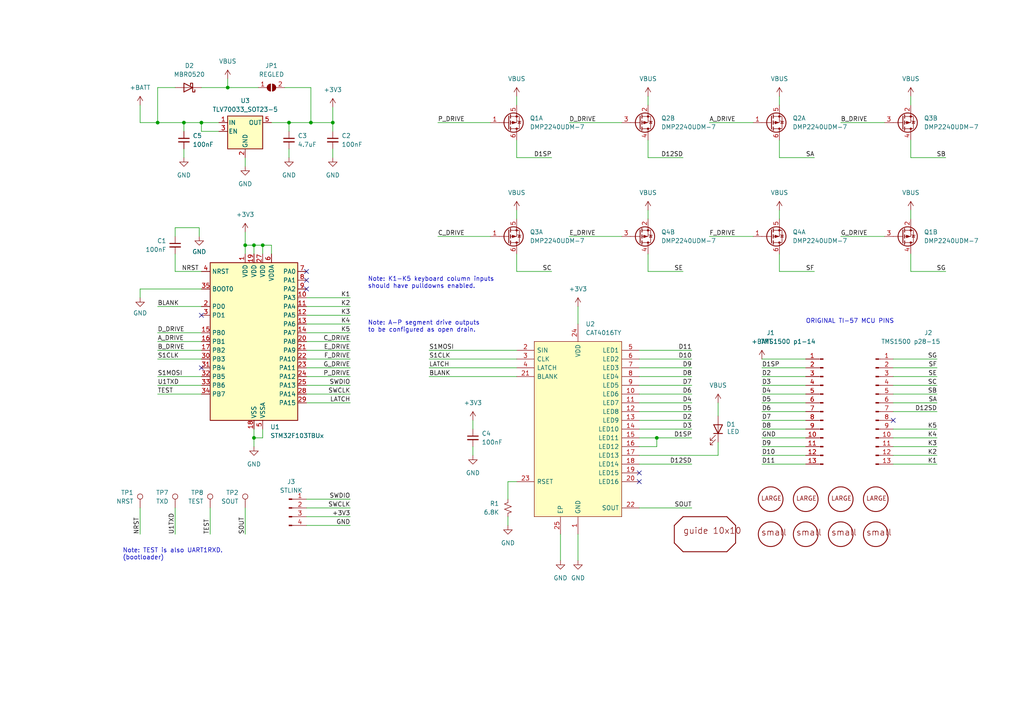
<source format=kicad_sch>
(kicad_sch (version 20230121) (generator eeschema)
  (paper "A4")
  (lib_symbols
    (symbol "Connector:Conn_01x04_Pin" (pin_names (offset 1.016) hide)
      (property "Reference" "J" (at 0 5.08 0))
      (property "Value" "Conn_01x04_Pin" (at 0 -7.62 0))
      (symbol "Conn_01x04_Pin_1_1"
        (polyline (pts (xy 1.27 -5.08) (xy 0.8636 -5.08)) (stroke (width 0.1524)))
        (polyline (pts (xy 1.27 -2.54) (xy 0.8636 -2.54)) (stroke (width 0.1524)))
        (polyline (pts (xy 1.27 0) (xy 0.8636 0)) (stroke (width 0.1524)))
        (polyline (pts (xy 1.27 2.54) (xy 0.8636 2.54)) (stroke (width 0.1524)))
        (rectangle (start 0.8636 -4.953) (end 0 -5.207) (stroke (width 0.1524)) (fill (type outline)))
        (rectangle (start 0.8636 -2.413) (end 0 -2.667) (stroke (width 0.1524)) (fill (type outline)))
        (rectangle (start 0.8636 0.127) (end 0 -0.127) (stroke (width 0.1524)) (fill (type outline)))
        (rectangle (start 0.8636 2.667) (end 0 2.413) (stroke (width 0.1524)) (fill (type outline)))
        (pin passive line (at 5.08 2.54 180) (length 3.81) (name "Pin_1") (number "1"))
        (pin passive line (at 5.08 0 180) (length 3.81) (name "Pin_2") (number "2"))
        (pin passive line (at 5.08 -2.54 180) (length 3.81) (name "Pin_3") (number "3"))
        (pin passive line (at 5.08 -5.08 180) (length 3.81) (name "Pin_4") (number "4"))
      )
    )
    (symbol "Connector:Conn_01x13_Pin" (pin_names (offset 1.016) hide)
      (property "Reference" "J" (at 0 17.78 0))
      (property "Value" "Conn_01x13_Pin" (at 0 -17.78 0))
      (symbol "Conn_01x13_Pin_1_1"
        (polyline (pts (xy 1.27 -15.24) (xy 0.8636 -15.24)) (stroke (width 0.1524)))
        (polyline (pts (xy 1.27 -12.7) (xy 0.8636 -12.7)) (stroke (width 0.1524)))
        (polyline (pts (xy 1.27 -10.16) (xy 0.8636 -10.16)) (stroke (width 0.1524)))
        (polyline (pts (xy 1.27 -7.62) (xy 0.8636 -7.62)) (stroke (width 0.1524)))
        (polyline (pts (xy 1.27 -5.08) (xy 0.8636 -5.08)) (stroke (width 0.1524)))
        (polyline (pts (xy 1.27 -2.54) (xy 0.8636 -2.54)) (stroke (width 0.1524)))
        (polyline (pts (xy 1.27 0) (xy 0.8636 0)) (stroke (width 0.1524)))
        (polyline (pts (xy 1.27 2.54) (xy 0.8636 2.54)) (stroke (width 0.1524)))
        (polyline (pts (xy 1.27 5.08) (xy 0.8636 5.08)) (stroke (width 0.1524)))
        (polyline (pts (xy 1.27 7.62) (xy 0.8636 7.62)) (stroke (width 0.1524)))
        (polyline (pts (xy 1.27 10.16) (xy 0.8636 10.16)) (stroke (width 0.1524)))
        (polyline (pts (xy 1.27 12.7) (xy 0.8636 12.7)) (stroke (width 0.1524)))
        (polyline (pts (xy 1.27 15.24) (xy 0.8636 15.24)) (stroke (width 0.1524)))
        (rectangle (start 0.8636 -15.113) (end 0 -15.367) (stroke (width 0.1524)) (fill (type outline)))
        (rectangle (start 0.8636 -12.573) (end 0 -12.827) (stroke (width 0.1524)) (fill (type outline)))
        (rectangle (start 0.8636 -10.033) (end 0 -10.287) (stroke (width 0.1524)) (fill (type outline)))
        (rectangle (start 0.8636 -7.493) (end 0 -7.747) (stroke (width 0.1524)) (fill (type outline)))
        (rectangle (start 0.8636 -4.953) (end 0 -5.207) (stroke (width 0.1524)) (fill (type outline)))
        (rectangle (start 0.8636 -2.413) (end 0 -2.667) (stroke (width 0.1524)) (fill (type outline)))
        (rectangle (start 0.8636 0.127) (end 0 -0.127) (stroke (width 0.1524)) (fill (type outline)))
        (rectangle (start 0.8636 2.667) (end 0 2.413) (stroke (width 0.1524)) (fill (type outline)))
        (rectangle (start 0.8636 5.207) (end 0 4.953) (stroke (width 0.1524)) (fill (type outline)))
        (rectangle (start 0.8636 7.747) (end 0 7.493) (stroke (width 0.1524)) (fill (type outline)))
        (rectangle (start 0.8636 10.287) (end 0 10.033) (stroke (width 0.1524)) (fill (type outline)))
        (rectangle (start 0.8636 12.827) (end 0 12.573) (stroke (width 0.1524)) (fill (type outline)))
        (rectangle (start 0.8636 15.367) (end 0 15.113) (stroke (width 0.1524)) (fill (type outline)))
        (pin passive line (at 5.08 15.24 180) (length 3.81) (name "Pin_1") (number "1"))
        (pin passive line (at 5.08 -7.62 180) (length 3.81) (name "Pin_10") (number "10"))
        (pin passive line (at 5.08 -10.16 180) (length 3.81) (name "Pin_11") (number "11"))
        (pin passive line (at 5.08 -12.7 180) (length 3.81) (name "Pin_12") (number "12"))
        (pin passive line (at 5.08 -15.24 180) (length 3.81) (name "Pin_13") (number "13"))
        (pin passive line (at 5.08 12.7 180) (length 3.81) (name "Pin_2") (number "2"))
        (pin passive line (at 5.08 10.16 180) (length 3.81) (name "Pin_3") (number "3"))
        (pin passive line (at 5.08 7.62 180) (length 3.81) (name "Pin_4") (number "4"))
        (pin passive line (at 5.08 5.08 180) (length 3.81) (name "Pin_5") (number "5"))
        (pin passive line (at 5.08 2.54 180) (length 3.81) (name "Pin_6") (number "6"))
        (pin passive line (at 5.08 0 180) (length 3.81) (name "Pin_7") (number "7"))
        (pin passive line (at 5.08 -2.54 180) (length 3.81) (name "Pin_8") (number "8"))
        (pin passive line (at 5.08 -5.08 180) (length 3.81) (name "Pin_9") (number "9"))
      )
    )
    (symbol "Connector:TestPoint" (pin_numbers hide) (pin_names (offset 0.762) hide)
      (property "Reference" "TP" (at 0 6.858 0))
      (property "Value" "TestPoint" (at 0 5.08 0))
      (symbol "TestPoint_0_1"
        (circle (center 0 3.302) (radius 0.762))
      )
      (symbol "TestPoint_1_1"
        (pin passive line (at 0 0 90) (length 2.54) (name "1") (number "1"))
      )
    )
    (symbol "Device:C_Small" (pin_numbers hide) (pin_names (offset 0.254) hide)
      (property "Reference" "C" (at 0.254 1.778 0))
      (property "Value" "C_Small" (at 0.254 -2.032 0))
      (symbol "C_Small_0_1"
        (polyline (pts (xy -1.524 -0.508) (xy 1.524 -0.508)) (stroke (width 0.3302)))
        (polyline (pts (xy -1.524 0.508) (xy 1.524 0.508)) (stroke (width 0.3048)))
      )
      (symbol "C_Small_1_1"
        (pin passive line (at 0 2.54 270) (length 2.032) (name "~") (number "1"))
        (pin passive line (at 0 -2.54 90) (length 2.032) (name "~") (number "2"))
      )
    )
    (symbol "Device:LED" (pin_numbers hide) (pin_names (offset 1.016) hide)
      (property "Reference" "D" (at 0 2.54 0))
      (property "Value" "LED" (at 0 -2.54 0))
      (symbol "LED_0_1"
        (polyline (pts (xy -1.27 -1.27) (xy -1.27 1.27)) (stroke (width 0.254)))
        (polyline (pts (xy -1.27 0) (xy 1.27 0)))
        (polyline (pts (xy 1.27 -1.27) (xy 1.27 1.27) (xy -1.27 0) (xy 1.27 -1.27)) (stroke (width 0.254)))
        (polyline (pts (xy -3.048 -0.762) (xy -4.572 -2.286) (xy -3.81 -2.286) (xy -4.572 -2.286) (xy -4.572 -1.524)))
        (polyline (pts (xy -1.778 -0.762) (xy -3.302 -2.286) (xy -2.54 -2.286) (xy -3.302 -2.286) (xy -3.302 -1.524)))
      )
      (symbol "LED_1_1"
        (pin passive line (at -3.81 0 0) (length 2.54) (name "K") (number "1"))
        (pin passive line (at 3.81 0 180) (length 2.54) (name "A") (number "2"))
      )
    )
    (symbol "Device:R_Small_US" (pin_numbers hide) (pin_names (offset 0.254) hide)
      (property "Reference" "R" (at 0.762 0.508 0))
      (property "Value" "R_Small_US" (at 0.762 -1.016 0))
      (symbol "R_Small_US_1_1"
        (polyline (pts (xy 0 0) (xy 1.016 -0.381) (xy 0 -0.762) (xy -1.016 -1.143) (xy 0 -1.524)))
        (polyline (pts (xy 0 1.524) (xy 1.016 1.143) (xy 0 0.762) (xy -1.016 0.381) (xy 0 0)))
        (pin passive line (at 0 2.54 270) (length 1.016) (name "~") (number "1"))
        (pin passive line (at 0 -2.54 90) (length 1.016) (name "~") (number "2"))
      )
    )
    (symbol "Diode:MBR0520" (pin_numbers hide) (pin_names (offset 1.016) hide)
      (property "Reference" "D" (at 0 2.54 0))
      (property "Value" "MBR0520" (at 0 -2.54 0))
      (symbol "MBR0520_0_1"
        (polyline (pts (xy 1.27 0) (xy -1.27 0)))
        (polyline (pts (xy 1.27 1.27) (xy 1.27 -1.27) (xy -1.27 0) (xy 1.27 1.27)) (stroke (width 0.254)))
        (polyline (pts (xy -1.905 0.635) (xy -1.905 1.27) (xy -1.27 1.27) (xy -1.27 -1.27) (xy -0.635 -1.27) (xy -0.635 -0.635)) (stroke (width 0.254)))
      )
      (symbol "MBR0520_1_1"
        (pin passive line (at -3.81 0 0) (length 2.54) (name "K") (number "1"))
        (pin passive line (at 3.81 0 180) (length 2.54) (name "A") (number "2"))
      )
    )
    (symbol "Jumper:SolderJumper_2_Open" (pin_names (offset 0) hide)
      (property "Reference" "JP" (at 0 2.032 0))
      (property "Value" "SolderJumper_2_Open" (at 0 -2.54 0))
      (symbol "SolderJumper_2_Open_0_1"
        (arc (start -0.254 1.016) (mid -1.2656 0) (end -0.254 -1.016))
        (arc (start -0.254 1.016) (mid -1.2656 0) (end -0.254 -1.016) (fill (type outline)))
        (polyline (pts (xy -0.254 1.016) (xy -0.254 -1.016)))
        (polyline (pts (xy 0.254 1.016) (xy 0.254 -1.016)))
        (arc (start 0.254 -1.016) (mid 1.2656 0) (end 0.254 1.016))
        (arc (start 0.254 -1.016) (mid 1.2656 0) (end 0.254 1.016) (fill (type outline)))
      )
      (symbol "SolderJumper_2_Open_1_1"
        (pin passive line (at -3.81 0 0) (length 2.54) (name "A") (number "1"))
        (pin passive line (at 3.81 0 180) (length 2.54) (name "B") (number "2"))
      )
    )
    (symbol "MCU_ST_STM32F1:STM32F103TBUx"
      (property "Reference" "U" (at -12.7 24.13 0))
      (property "Value" "STM32F103TBUx" (at 7.62 24.13 0))
      (symbol "STM32F103TBUx_0_1"
        (rectangle (start -12.7 -22.86) (end 12.7 22.86) (stroke (width 0.254)) (fill (type background)))
      )
      (symbol "STM32F103TBUx_1_1"
        (pin power_in line (at -2.54 25.4 270) (length 2.54) (name "VDD") (number "1"))
        (pin bidirectional line (at 15.24 12.7 180) (length 2.54) (name "PA3") (number "10"))
        (pin bidirectional line (at 15.24 10.16 180) (length 2.54) (name "PA4") (number "11"))
        (pin bidirectional line (at 15.24 7.62 180) (length 2.54) (name "PA5") (number "12"))
        (pin bidirectional line (at 15.24 5.08 180) (length 2.54) (name "PA6") (number "13"))
        (pin bidirectional line (at 15.24 2.54 180) (length 2.54) (name "PA7") (number "14"))
        (pin bidirectional line (at -15.24 2.54 0) (length 2.54) (name "PB0") (number "15"))
        (pin bidirectional line (at -15.24 0 0) (length 2.54) (name "PB1") (number "16"))
        (pin bidirectional line (at -15.24 -2.54 0) (length 2.54) (name "PB2") (number "17"))
        (pin power_in line (at 0 -25.4 90) (length 2.54) (name "VSS") (number "18"))
        (pin power_in line (at 0 25.4 270) (length 2.54) (name "VDD") (number "19"))
        (pin bidirectional line (at -15.24 10.16 0) (length 2.54) (name "PD0") (number "2"))
        (pin bidirectional line (at 15.24 0 180) (length 2.54) (name "PA8") (number "20"))
        (pin bidirectional line (at 15.24 -2.54 180) (length 2.54) (name "PA9") (number "21"))
        (pin bidirectional line (at 15.24 -5.08 180) (length 2.54) (name "PA10") (number "22"))
        (pin bidirectional line (at 15.24 -7.62 180) (length 2.54) (name "PA11") (number "23"))
        (pin bidirectional line (at 15.24 -10.16 180) (length 2.54) (name "PA12") (number "24"))
        (pin bidirectional line (at 15.24 -12.7 180) (length 2.54) (name "PA13") (number "25"))
        (pin passive line (at 0 -25.4 90) (length 2.54) hide (name "VSS") (number "26"))
        (pin power_in line (at 2.54 25.4 270) (length 2.54) (name "VDD") (number "27"))
        (pin bidirectional line (at 15.24 -15.24 180) (length 2.54) (name "PA14") (number "28"))
        (pin bidirectional line (at 15.24 -17.78 180) (length 2.54) (name "PA15") (number "29"))
        (pin bidirectional line (at -15.24 7.62 0) (length 2.54) (name "PD1") (number "3"))
        (pin bidirectional line (at -15.24 -5.08 0) (length 2.54) (name "PB3") (number "30"))
        (pin bidirectional line (at -15.24 -7.62 0) (length 2.54) (name "PB4") (number "31"))
        (pin bidirectional line (at -15.24 -10.16 0) (length 2.54) (name "PB5") (number "32"))
        (pin bidirectional line (at -15.24 -12.7 0) (length 2.54) (name "PB6") (number "33"))
        (pin bidirectional line (at -15.24 -15.24 0) (length 2.54) (name "PB7") (number "34"))
        (pin input line (at -15.24 15.24 0) (length 2.54) (name "BOOT0") (number "35"))
        (pin passive line (at 0 -25.4 90) (length 2.54) hide (name "VSS") (number "36"))
        (pin passive line (at 0 -25.4 90) (length 2.54) hide (name "VSS") (number "37"))
        (pin input line (at -15.24 20.32 0) (length 2.54) (name "NRST") (number "4"))
        (pin power_in line (at 2.54 -25.4 90) (length 2.54) (name "VSSA") (number "5"))
        (pin power_in line (at 5.08 25.4 270) (length 2.54) (name "VDDA") (number "6"))
        (pin bidirectional line (at 15.24 20.32 180) (length 2.54) (name "PA0") (number "7"))
        (pin bidirectional line (at 15.24 17.78 180) (length 2.54) (name "PA1") (number "8"))
        (pin bidirectional line (at 15.24 15.24 180) (length 2.54) (name "PA2") (number "9"))
      )
    )
    (symbol "RapidStencil:GUIDE_10X10" (pin_numbers hide) (pin_names (offset 1.016) hide)
      (symbol "GUIDE_10X10_0_0"
        (polyline (pts (xy -7.62 -2.54) (xy -7.62 2.54)) (stroke (width 0.254)))
        (polyline (pts (xy -7.62 2.54) (xy -5.08 5.08)) (stroke (width 0.254)))
        (polyline (pts (xy -5.08 -5.08) (xy -7.62 -2.54)) (stroke (width 0.254)))
        (polyline (pts (xy -5.08 5.08) (xy 7.62 5.08)) (stroke (width 0.254)))
        (polyline (pts (xy 7.62 -5.08) (xy -5.08 -5.08)) (stroke (width 0.254)))
        (polyline (pts (xy 7.62 5.08) (xy 10.16 2.54)) (stroke (width 0.254)))
        (polyline (pts (xy 10.16 -2.54) (xy 7.62 -5.08)) (stroke (width 0.254)))
        (polyline (pts (xy 10.16 2.54) (xy 10.16 -2.54)) (stroke (width 0.254)))
        (text "guide 10x10" (at -5.08 0 0) (effects (font (size 1.778 1.778)) (justify left bottom)))
      )
    )
    (symbol "RapidStencil:PIN_LARGE_SINGLE_DEVICE" (pin_numbers hide) (pin_names (offset 1.016) hide)
      (symbol "PIN_LARGE_SINGLE_DEVICE_0_0"
        (circle (center 0 0) (radius 3.5814) (stroke (width 0.254)))
        (text "LARGE" (at -2.794 -0.508 0) (effects (font (size 1.27 1.27)) (justify left bottom)))
      )
    )
    (symbol "RapidStencil:PIN_SMALL_SINGLE_DEVICE" (pin_numbers hide) (pin_names (offset 1.016) hide)
      (symbol "PIN_SMALL_SINGLE_DEVICE_0_0"
        (circle (center 0 0) (radius 3.5814) (stroke (width 0.254)))
        (text "small" (at -2.794 -0.508 0) (effects (font (size 1.778 1.778)) (justify left bottom)))
      )
    )
    (symbol "Regulator_Linear:TLV70033_SOT23-5" (pin_names (offset 0.254))
      (property "Reference" "U" (at -3.81 5.715 0))
      (property "Value" "TLV70033_SOT23-5" (at 0 5.715 0))
      (symbol "TLV70033_SOT23-5_0_1"
        (rectangle (start -5.08 4.445) (end 5.08 -5.08) (stroke (width 0.254)) (fill (type background)))
      )
      (symbol "TLV70033_SOT23-5_1_1"
        (pin power_in line (at -7.62 2.54 0) (length 2.54) (name "IN") (number "1"))
        (pin power_in line (at 0 -7.62 90) (length 2.54) (name "GND") (number "2"))
        (pin input line (at -7.62 0 0) (length 2.54) (name "EN") (number "3"))
        (pin no_connect line (at 5.08 0 180) (length 2.54) hide (name "NC") (number "4"))
        (pin power_out line (at 7.62 2.54 180) (length 2.54) (name "OUT") (number "5"))
      )
    )
    (symbol "power:+3V3" (power) (pin_names (offset 0))
      (property "Value" "+3V3" (at 0 3.556 0))
      (symbol "+3V3_0_1"
        (polyline (pts (xy -0.762 1.27) (xy 0 2.54)))
        (polyline (pts (xy 0 0) (xy 0 2.54)))
        (polyline (pts (xy 0 2.54) (xy 0.762 1.27)))
      )
      (symbol "+3V3_1_1"
        (pin power_in line (at 0 0 90) (length 0) hide (name "+3V3") (number "1"))
      )
    )
    (symbol "power:+BATT" (power) (pin_names (offset 0))
      (property "Value" "+BATT" (at 0 3.556 0))
      (symbol "+BATT_0_1"
        (polyline (pts (xy -0.762 1.27) (xy 0 2.54)))
        (polyline (pts (xy 0 0) (xy 0 2.54)))
        (polyline (pts (xy 0 2.54) (xy 0.762 1.27)))
      )
      (symbol "+BATT_1_1"
        (pin power_in line (at 0 0 90) (length 0) hide (name "+BATT") (number "1"))
      )
    )
    (symbol "power:GND" (power) (pin_names (offset 0))
      (property "Value" "GND" (at 0 -3.81 0))
      (symbol "GND_0_1"
        (polyline (pts (xy 0 0) (xy 0 -1.27) (xy 1.27 -1.27) (xy 0 -2.54) (xy -1.27 -1.27) (xy 0 -1.27)))
      )
      (symbol "GND_1_1"
        (pin power_in line (at 0 0 270) (length 0) hide (name "GND") (number "1"))
      )
    )
    (symbol "power:VBUS" (power) (pin_names (offset 0))
      (property "Value" "VBUS" (at 0 3.81 0))
      (symbol "VBUS_0_1"
        (polyline (pts (xy -0.762 1.27) (xy 0 2.54)))
        (polyline (pts (xy 0 0) (xy 0 2.54)))
        (polyline (pts (xy 0 2.54) (xy 0.762 1.27)))
      )
      (symbol "VBUS_1_1"
        (pin power_in line (at 0 0 90) (length 0) hide (name "VBUS") (number "1"))
      )
    )
    (symbol "ti57_library:CAT4016HV6-GT2" (pin_names (offset 0.762))
      (property "Reference" "U" (at 26.67 17.78 0))
      (property "Value" "CAT4016HV6-GT2" (at 26.67 15.24 0))
      (symbol "CAT4016HV6-GT2_0_0"
        (pin passive line (at 17.78 -43.18 90) (length 5.08) (name "GND") (number "1"))
        (pin passive line (at 35.56 -2.54 180) (length 5.08) (name "LED6") (number "10"))
        (pin passive line (at 35.56 -5.08 180) (length 5.08) (name "LED7") (number "11"))
        (pin passive line (at 35.56 -7.62 180) (length 5.08) (name "LED8") (number "12"))
        (pin passive line (at 35.56 -10.16 180) (length 5.08) (name "LED9") (number "13"))
        (pin passive line (at 35.56 -12.7 180) (length 5.08) (name "LED10") (number "14"))
        (pin passive line (at 35.56 -15.24 180) (length 5.08) (name "LED11") (number "15"))
        (pin passive line (at 35.56 -17.78 180) (length 5.08) (name "LED12") (number "16"))
        (pin passive line (at 35.56 -20.32 180) (length 5.08) (name "LED13") (number "17"))
        (pin passive line (at 35.56 -22.86 180) (length 5.08) (name "LED14") (number "18"))
        (pin passive line (at 35.56 -25.4 180) (length 5.08) (name "LED15") (number "19"))
        (pin passive line (at 0 10.16 0) (length 5.08) (name "SIN") (number "2"))
        (pin passive line (at 35.56 -27.94 180) (length 5.08) (name "LED16") (number "20"))
        (pin passive line (at 0 2.54 0) (length 5.08) (name "BLANK") (number "21"))
        (pin passive line (at 35.56 -35.56 180) (length 5.08) (name "SOUT") (number "22"))
        (pin passive line (at 0 -27.94 0) (length 5.08) (name "RSET") (number "23"))
        (pin passive line (at 17.78 17.78 270) (length 5.08) (name "VDD") (number "24"))
        (pin passive line (at 12.7 -43.18 90) (length 5.08) (name "EP") (number "25"))
        (pin passive line (at 0 7.62 0) (length 5.08) (name "CLK") (number "3"))
        (pin passive line (at 0 5.08 0) (length 5.08) (name "LATCH") (number "4"))
        (pin passive line (at 35.56 10.16 180) (length 5.08) (name "LED1") (number "5"))
        (pin passive line (at 35.56 7.62 180) (length 5.08) (name "LED2") (number "6"))
        (pin passive line (at 35.56 5.08 180) (length 5.08) (name "LED3") (number "7"))
        (pin passive line (at 35.56 2.54 180) (length 5.08) (name "LED4") (number "8"))
        (pin passive line (at 35.56 0 180) (length 5.08) (name "LED5") (number "9"))
      )
      (symbol "CAT4016HV6-GT2_1_1"
        (rectangle (start 5.08 12.7) (end 30.48 -38.1) (fill (type background)))
      )
    )
    (symbol "ti57_library:DMP2240UDM-7" (pin_names hide)
      (property "Reference" "Q" (at 5.08 2.54 0))
      (property "Value" "DMP2240UDM-7" (at 5.08 0 0))
      (symbol "DMP2240UDM-7_1_1"
        (polyline (pts (xy 0.2511 1.9119) (xy 0.2511 -1.8981)) (stroke (width 0.254)))
        (polyline (pts (xy 0.254 0) (xy -2.54 0)))
        (polyline (pts (xy 0.7591 -1.2631) (xy 0.7591 -2.2791)) (stroke (width 0.254)))
        (polyline (pts (xy 0.7591 0.5149) (xy 0.7591 -0.5011)) (stroke (width 0.254)))
        (polyline (pts (xy 0.7591 2.2929) (xy 0.7591 1.2769)) (stroke (width 0.254)))
        (polyline (pts (xy 2.5371 -1.8981) (xy 2.5371 -2.5331)))
        (polyline (pts (xy 2.5371 2.5469) (xy 2.5371 0.0069) (xy 0.7591 0.0069)))
        (polyline (pts (xy 0.7591 -1.7711) (xy 3.2991 -1.7711) (xy 3.2991 1.7849) (xy 0.7591 1.7849)))
        (polyline (pts (xy 2.2831 0.0069) (xy 1.2671 -0.3741) (xy 1.2671 0.3879) (xy 2.2831 0.0069)) (fill (type outline)))
        (polyline (pts (xy 2.7911 0.5149) (xy 2.9181 0.3879) (xy 3.6801 0.3879) (xy 3.8071 0.2609)))
        (polyline (pts (xy 3.2991 0.3879) (xy 2.9181 -0.2471) (xy 3.6801 -0.2471) (xy 3.2991 0.3879)))
        (circle (center 1.6481 0.0069) (radius 2.794) (stroke (width 0.254)))
        (circle (center 2.5371 -1.7711) (radius 0.254) (fill (type outline)))
        (circle (center 2.5371 1.7849) (radius 0.254) (fill (type outline)))
        (pin input line (at -5.08 0 0) (length 2.54) (name "GA") (number "1"))
        (pin passive line (at 2.54 5.08 270) (length 2.54) (name "SA") (number "5"))
        (pin passive line (at 2.54 -5.08 90) (length 2.54) (name "DA") (number "6"))
      )
      (symbol "DMP2240UDM-7_2_1"
        (polyline (pts (xy 0.254 0) (xy -2.54 0)))
        (polyline (pts (xy 0.254 1.905) (xy 0.254 -1.905)) (stroke (width 0.254)))
        (polyline (pts (xy 0.762 -1.27) (xy 0.762 -2.286)) (stroke (width 0.254)))
        (polyline (pts (xy 0.762 0.508) (xy 0.762 -0.508)) (stroke (width 0.254)))
        (polyline (pts (xy 0.762 2.286) (xy 0.762 1.27)) (stroke (width 0.254)))
        (polyline (pts (xy 2.54 -1.905) (xy 2.54 -2.54)))
        (polyline (pts (xy 2.54 2.54) (xy 2.54 0) (xy 0.762 0)))
        (polyline (pts (xy 0.762 -1.778) (xy 3.302 -1.778) (xy 3.302 1.778) (xy 0.762 1.778)))
        (polyline (pts (xy 2.286 0) (xy 1.27 -0.381) (xy 1.27 0.381) (xy 2.286 0)) (fill (type outline)))
        (polyline (pts (xy 2.794 0.508) (xy 2.921 0.381) (xy 3.683 0.381) (xy 3.81 0.254)))
        (polyline (pts (xy 3.302 0.381) (xy 2.921 -0.254) (xy 3.683 -0.254) (xy 3.302 0.381)))
        (circle (center 1.651 0) (radius 2.794) (stroke (width 0.254)))
        (circle (center 2.54 -1.778) (radius 0.254) (fill (type outline)))
        (circle (center 2.54 1.778) (radius 0.254) (fill (type outline)))
        (pin passive line (at 2.54 5.08 270) (length 2.54) (name "SB") (number "2"))
        (pin input line (at -5.08 0 0) (length 2.54) (name "GB") (number "3"))
        (pin passive line (at 2.54 -5.08 90) (length 2.54) (name "DB") (number "4"))
      )
    )
  )
  (junction (at 76.2 71.12))
  (junction (at 90.17 35.56))
  (junction (at 96.52 35.56))
  (junction (at 190.5 127))
  (junction (at 45.72 35.56))
  (junction (at 83.82 35.56))
  (junction (at 71.12 71.12))
  (junction (at 53.34 35.56))
  (junction (at 73.66 127))
  (junction (at 66.04 25.4))
  (junction (at 58.42 35.56))
  (junction (at 73.66 71.12))
  (no_connect (at 88.9 78.74))
  (no_connect (at 58.42 91.44))
  (no_connect (at 88.9 81.28))
  (no_connect (at 88.9 83.82))
  (no_connect (at 185.42 139.7))
  (no_connect (at 259.08 121.92))
  (no_connect (at 58.42 106.68))
  (no_connect (at 185.42 137.16))
  (wire (pts (xy 259.08 111.76) (xy 271.78 111.76)))
  (wire (pts (xy 185.42 134.62) (xy 200.66 134.62)))
  (wire (pts (xy 259.08 127) (xy 271.78 127)))
  (wire (pts (xy 50.8 78.74) (xy 50.8 73.66)))
  (wire (pts (xy 50.8 66.04) (xy 57.785 66.04)))
  (wire (pts (xy 76.2 73.66) (xy 76.2 71.12)))
  (wire (pts (xy 185.42 101.6) (xy 200.66 101.6)))
  (wire (pts (xy 101.6 88.9) (xy 88.9 88.9)))
  (wire (pts (xy 259.08 116.84) (xy 271.78 116.84)))
  (wire (pts (xy 259.08 109.22) (xy 271.78 109.22)))
  (wire (pts (xy 185.42 147.32) (xy 200.66 147.32)))
  (wire (pts (xy 45.72 25.4) (xy 45.72 35.56)))
  (wire (pts (xy 208.28 128.27) (xy 208.28 132.08)))
  (wire (pts (xy 167.64 154.94) (xy 167.64 162.56)))
  (wire (pts (xy 40.64 147.32) (xy 40.64 154.94)))
  (wire (pts (xy 208.28 132.08) (xy 185.42 132.08)))
  (wire (pts (xy 149.86 78.74) (xy 160.02 78.74)))
  (wire (pts (xy 220.98 132.08) (xy 233.68 132.08)))
  (wire (pts (xy 187.96 27.94) (xy 187.96 30.48)))
  (wire (pts (xy 124.46 109.22) (xy 149.86 109.22)))
  (wire (pts (xy 185.42 106.68) (xy 200.66 106.68)))
  (wire (pts (xy 90.17 25.4) (xy 90.17 35.56)))
  (wire (pts (xy 243.84 35.56) (xy 256.54 35.56)))
  (wire (pts (xy 45.72 35.56) (xy 53.34 35.56)))
  (wire (pts (xy 220.98 124.46) (xy 233.68 124.46)))
  (wire (pts (xy 187.96 60.96) (xy 187.96 63.5)))
  (wire (pts (xy 45.72 111.76) (xy 58.42 111.76)))
  (wire (pts (xy 187.96 78.74) (xy 198.12 78.74)))
  (wire (pts (xy 66.04 22.86) (xy 66.04 25.4)))
  (wire (pts (xy 149.86 139.7) (xy 147.32 139.7)))
  (wire (pts (xy 127 35.56) (xy 142.24 35.56)))
  (wire (pts (xy 96.52 35.56) (xy 96.52 38.1)))
  (wire (pts (xy 101.6 91.44) (xy 88.9 91.44)))
  (wire (pts (xy 264.16 45.72) (xy 274.32 45.72)))
  (wire (pts (xy 124.46 104.14) (xy 149.86 104.14)))
  (wire (pts (xy 45.72 88.9) (xy 58.42 88.9)))
  (wire (pts (xy 220.98 109.22) (xy 233.68 109.22)))
  (wire (pts (xy 149.86 60.96) (xy 149.86 63.5)))
  (wire (pts (xy 53.34 35.56) (xy 53.34 38.1)))
  (wire (pts (xy 40.64 86.36) (xy 40.64 83.82)))
  (wire (pts (xy 78.74 73.66) (xy 78.74 71.12)))
  (wire (pts (xy 66.04 25.4) (xy 74.93 25.4)))
  (wire (pts (xy 78.74 71.12) (xy 76.2 71.12)))
  (wire (pts (xy 73.66 127) (xy 73.66 129.54)))
  (wire (pts (xy 58.42 104.14) (xy 45.72 104.14)))
  (wire (pts (xy 259.08 106.68) (xy 271.78 106.68)))
  (wire (pts (xy 83.82 35.56) (xy 83.82 38.1)))
  (wire (pts (xy 165.1 68.58) (xy 180.34 68.58)))
  (wire (pts (xy 88.9 93.98) (xy 101.6 93.98)))
  (wire (pts (xy 58.42 109.22) (xy 45.72 109.22)))
  (wire (pts (xy 226.06 60.96) (xy 226.06 63.5)))
  (wire (pts (xy 220.98 116.84) (xy 233.68 116.84)))
  (wire (pts (xy 50.8 25.4) (xy 45.72 25.4)))
  (wire (pts (xy 127 68.58) (xy 142.24 68.58)))
  (wire (pts (xy 71.12 71.12) (xy 71.12 73.66)))
  (wire (pts (xy 71.12 147.32) (xy 71.12 154.94)))
  (wire (pts (xy 101.6 104.14) (xy 88.9 104.14)))
  (wire (pts (xy 264.16 73.66) (xy 264.16 78.74)))
  (wire (pts (xy 45.72 96.52) (xy 58.42 96.52)))
  (wire (pts (xy 73.66 71.12) (xy 73.66 73.66)))
  (wire (pts (xy 259.08 124.46) (xy 271.78 124.46)))
  (wire (pts (xy 205.74 35.56) (xy 218.44 35.56)))
  (wire (pts (xy 71.12 48.26) (xy 71.12 45.72)))
  (wire (pts (xy 185.42 114.3) (xy 200.66 114.3)))
  (wire (pts (xy 83.82 43.18) (xy 83.82 45.72)))
  (wire (pts (xy 149.86 40.64) (xy 149.86 45.72)))
  (wire (pts (xy 187.96 73.66) (xy 187.96 78.74)))
  (wire (pts (xy 76.2 127) (xy 73.66 127)))
  (wire (pts (xy 88.9 152.4) (xy 101.6 152.4)))
  (wire (pts (xy 50.8 147.32) (xy 50.8 154.94)))
  (wire (pts (xy 101.6 109.22) (xy 88.9 109.22)))
  (wire (pts (xy 226.06 45.72) (xy 236.22 45.72)))
  (wire (pts (xy 264.16 78.74) (xy 274.32 78.74)))
  (wire (pts (xy 259.08 129.54) (xy 271.78 129.54)))
  (wire (pts (xy 63.5 38.1) (xy 58.42 38.1)))
  (wire (pts (xy 90.17 35.56) (xy 96.52 35.56)))
  (wire (pts (xy 88.9 144.78) (xy 101.6 144.78)))
  (wire (pts (xy 220.98 129.54) (xy 233.68 129.54)))
  (wire (pts (xy 185.42 109.22) (xy 200.66 109.22)))
  (wire (pts (xy 101.6 99.06) (xy 88.9 99.06)))
  (wire (pts (xy 185.42 116.84) (xy 200.66 116.84)))
  (wire (pts (xy 167.64 88.9) (xy 167.64 93.98)))
  (wire (pts (xy 101.6 111.76) (xy 88.9 111.76)))
  (wire (pts (xy 185.42 111.76) (xy 200.66 111.76)))
  (wire (pts (xy 73.66 71.12) (xy 76.2 71.12)))
  (wire (pts (xy 101.6 114.3) (xy 88.9 114.3)))
  (wire (pts (xy 226.06 78.74) (xy 236.22 78.74)))
  (wire (pts (xy 226.06 40.64) (xy 226.06 45.72)))
  (wire (pts (xy 101.6 86.36) (xy 88.9 86.36)))
  (wire (pts (xy 40.64 83.82) (xy 58.42 83.82)))
  (wire (pts (xy 220.98 119.38) (xy 233.68 119.38)))
  (wire (pts (xy 185.42 104.14) (xy 200.66 104.14)))
  (wire (pts (xy 190.5 127) (xy 200.66 127)))
  (wire (pts (xy 60.96 147.32) (xy 60.96 154.94)))
  (wire (pts (xy 96.52 31.115) (xy 96.52 35.56)))
  (wire (pts (xy 220.98 106.68) (xy 233.68 106.68)))
  (wire (pts (xy 185.42 121.92) (xy 200.66 121.92)))
  (wire (pts (xy 88.9 147.32) (xy 101.6 147.32)))
  (wire (pts (xy 185.42 129.54) (xy 190.5 129.54)))
  (wire (pts (xy 45.72 114.3) (xy 58.42 114.3)))
  (wire (pts (xy 88.9 116.84) (xy 101.6 116.84)))
  (wire (pts (xy 162.56 154.94) (xy 162.56 162.56)))
  (wire (pts (xy 185.42 124.46) (xy 200.66 124.46)))
  (wire (pts (xy 264.16 60.96) (xy 264.16 63.5)))
  (wire (pts (xy 124.46 101.6) (xy 149.86 101.6)))
  (wire (pts (xy 58.42 35.56) (xy 63.5 35.56)))
  (wire (pts (xy 40.64 30.48) (xy 40.64 35.56)))
  (wire (pts (xy 83.82 35.56) (xy 90.17 35.56)))
  (wire (pts (xy 58.42 38.1) (xy 58.42 35.56)))
  (wire (pts (xy 259.08 119.38) (xy 271.78 119.38)))
  (wire (pts (xy 124.46 106.68) (xy 149.86 106.68)))
  (wire (pts (xy 58.42 25.4) (xy 66.04 25.4)))
  (wire (pts (xy 71.12 67.31) (xy 71.12 71.12)))
  (wire (pts (xy 58.42 78.74) (xy 50.8 78.74)))
  (wire (pts (xy 264.16 27.94) (xy 264.16 30.48)))
  (wire (pts (xy 82.55 25.4) (xy 90.17 25.4)))
  (wire (pts (xy 185.42 127) (xy 190.5 127)))
  (wire (pts (xy 40.64 35.56) (xy 45.72 35.56)))
  (wire (pts (xy 137.16 121.92) (xy 137.16 124.46)))
  (wire (pts (xy 220.98 111.76) (xy 233.68 111.76)))
  (wire (pts (xy 243.84 68.58) (xy 256.54 68.58)))
  (wire (pts (xy 137.16 129.54) (xy 137.16 132.08)))
  (wire (pts (xy 45.72 99.06) (xy 58.42 99.06)))
  (wire (pts (xy 73.66 124.46) (xy 73.66 127)))
  (wire (pts (xy 149.86 73.66) (xy 149.86 78.74)))
  (wire (pts (xy 220.98 104.14) (xy 233.68 104.14)))
  (wire (pts (xy 53.34 43.18) (xy 53.34 45.72)))
  (wire (pts (xy 205.74 68.58) (xy 218.44 68.58)))
  (wire (pts (xy 78.74 35.56) (xy 83.82 35.56)))
  (wire (pts (xy 185.42 119.38) (xy 200.66 119.38)))
  (wire (pts (xy 190.5 129.54) (xy 190.5 127)))
  (wire (pts (xy 53.34 35.56) (xy 58.42 35.56)))
  (wire (pts (xy 71.12 71.12) (xy 73.66 71.12)))
  (wire (pts (xy 101.6 96.52) (xy 88.9 96.52)))
  (wire (pts (xy 220.98 127) (xy 233.68 127)))
  (wire (pts (xy 149.86 45.72) (xy 160.02 45.72)))
  (wire (pts (xy 259.08 104.14) (xy 271.78 104.14)))
  (wire (pts (xy 57.785 66.04) (xy 57.785 68.58)))
  (wire (pts (xy 96.52 43.18) (xy 96.52 45.72)))
  (wire (pts (xy 226.06 73.66) (xy 226.06 78.74)))
  (wire (pts (xy 226.06 27.94) (xy 226.06 30.48)))
  (wire (pts (xy 259.08 114.3) (xy 271.78 114.3)))
  (wire (pts (xy 147.32 139.7) (xy 147.32 144.78)))
  (wire (pts (xy 45.72 101.6) (xy 58.42 101.6)))
  (wire (pts (xy 259.08 134.62) (xy 271.78 134.62)))
  (wire (pts (xy 264.16 40.64) (xy 264.16 45.72)))
  (wire (pts (xy 220.98 134.62) (xy 233.68 134.62)))
  (wire (pts (xy 101.6 106.68) (xy 88.9 106.68)))
  (wire (pts (xy 149.86 27.94) (xy 149.86 30.48)))
  (wire (pts (xy 101.6 101.6) (xy 88.9 101.6)))
  (wire (pts (xy 220.98 114.3) (xy 233.68 114.3)))
  (wire (pts (xy 187.96 45.72) (xy 198.12 45.72)))
  (wire (pts (xy 259.08 132.08) (xy 271.78 132.08)))
  (wire (pts (xy 147.32 149.86) (xy 147.32 152.4)))
  (wire (pts (xy 187.96 40.64) (xy 187.96 45.72)))
  (wire (pts (xy 50.8 68.58) (xy 50.8 66.04)))
  (wire (pts (xy 88.9 149.86) (xy 101.6 149.86)))
  (wire (pts (xy 76.2 124.46) (xy 76.2 127)))
  (wire (pts (xy 220.98 121.92) (xy 233.68 121.92)))
  (wire (pts (xy 165.1 35.56) (xy 180.34 35.56)))
  (wire (pts (xy 208.28 116.84) (xy 208.28 120.65)))
  (text "ORIGINAL TI-57 MCU PINS" (at 233.68 93.98 0) (effects (font (size 1.27 1.27)) (justify left bottom)))
  (text "Note: A-P segment drive outputs\nto be configured as open drain." (at 106.68 96.52 0) (effects (font (size 1.27 1.27)) (justify left bottom)))
  (text "Note: TEST is also UART1RXD. \n(bootloader)" (at 35.56 162.56 0) (effects (font (size 1.27 1.27)) (justify left bottom)))
  (text "Note: K1-K5 keyboard column inputs \nshould have pulldowns enabled." (at 106.68 83.82 0) (effects (font (size 1.27 1.27)) (justify left bottom)))
  (label "C_DRIVE" (at 101.6 99.06 180))
  (label "S1CLK" (at 45.72 104.14 0))
  (label "K5" (at 271.78 124.46 180))
  (label "D7" (at 200.66 111.76 180))
  (label "SOUT" (at 71.12 154.94 90))
  (label "SWDIO" (at 101.6 144.78 180))
  (label "G_DRIVE" (at 243.84 68.58 0))
  (label "LATCH" (at 101.6 116.84 180))
  (label "D12SD" (at 271.78 119.38 180))
  (label "K4" (at 271.78 127 180))
  (label "K3" (at 101.6 91.44 180))
  (label "BLANK" (at 124.46 109.22 0))
  (label "D6" (at 200.66 114.3 180))
  (label "E_DRIVE" (at 101.6 101.6 180))
  (label "SWDIO" (at 101.6 111.76 180))
  (label "TEST" (at 45.72 114.3 0))
  (label "TEST" (at 60.96 154.94 90))
  (label "S1CLK" (at 124.46 104.14 0))
  (label "B_DRIVE" (at 243.84 35.56 0))
  (label "B_DRIVE" (at 45.72 101.6 0))
  (label "S1MOSI" (at 124.46 101.6 0))
  (label "SOUT" (at 200.66 147.32 180))
  (label "SA" (at 271.78 116.84 180))
  (label "A_DRIVE" (at 45.72 99.06 0))
  (label "GND" (at 101.6 152.4 180))
  (label "SWCLK" (at 101.6 114.3 180))
  (label "SF" (at 236.22 78.74 180))
  (label "K4" (at 101.6 93.98 180))
  (label "S1MOSI" (at 45.72 109.22 0))
  (label "K2" (at 101.6 88.9 180))
  (label "D11" (at 200.66 101.6 180))
  (label "C_DRIVE" (at 127 68.58 0))
  (label "U1TXD" (at 45.72 111.76 0))
  (label "D9" (at 220.98 129.54 0))
  (label "NRST" (at 52.705 78.74 0))
  (label "SE" (at 198.12 78.74 180))
  (label "U1TXD" (at 50.8 154.94 90))
  (label "D2" (at 200.66 121.92 180))
  (label "P_DRIVE" (at 127 35.56 0))
  (label "D5" (at 200.66 119.38 180))
  (label "E_DRIVE" (at 165.1 68.58 0))
  (label "SB" (at 274.32 45.72 180))
  (label "GND" (at 220.98 127 0))
  (label "G_DRIVE" (at 101.6 106.68 180))
  (label "+3V3" (at 101.6 149.86 180))
  (label "D12SD" (at 200.66 134.62 180))
  (label "D3" (at 200.66 124.46 180))
  (label "NRST" (at 40.64 154.94 90))
  (label "D1SP" (at 220.98 106.68 0))
  (label "SF" (at 271.78 106.68 180))
  (label "D_DRIVE" (at 45.72 96.52 0))
  (label "D7" (at 220.98 121.92 0))
  (label "F_DRIVE" (at 101.6 104.14 180))
  (label "K1" (at 271.78 134.62 180))
  (label "D4" (at 220.98 114.3 0))
  (label "SC" (at 160.02 78.74 180))
  (label "SB" (at 271.78 114.3 180))
  (label "D10" (at 220.98 132.08 0))
  (label "SG" (at 274.32 78.74 180))
  (label "SE" (at 271.78 109.22 180))
  (label "P_DRIVE" (at 101.6 109.22 180))
  (label "SC" (at 271.78 111.76 180))
  (label "K2" (at 271.78 132.08 180))
  (label "D1SP" (at 160.02 45.72 180))
  (label "D2" (at 220.98 109.22 0))
  (label "D8" (at 220.98 124.46 0))
  (label "D5" (at 220.98 116.84 0))
  (label "D_DRIVE" (at 165.1 35.56 0))
  (label "F_DRIVE" (at 205.74 68.58 0))
  (label "D6" (at 220.98 119.38 0))
  (label "SA" (at 236.22 45.72 180))
  (label "LATCH" (at 124.46 106.68 0))
  (label "K3" (at 271.78 129.54 180))
  (label "SWCLK" (at 101.6 147.32 180))
  (label "D8" (at 200.66 109.22 180))
  (label "K5" (at 101.6 96.52 180))
  (label "D1SP" (at 200.66 127 180))
  (label "K1" (at 101.6 86.36 180))
  (label "D3" (at 220.98 111.76 0))
  (label "D12SD" (at 198.12 45.72 180))
  (label "D10" (at 200.66 104.14 180))
  (label "BLANK" (at 45.72 88.9 0))
  (label "D4" (at 200.66 116.84 180))
  (label "SG" (at 271.78 104.14 180))
  (label "D9" (at 200.66 106.68 180))
  (label "A_DRIVE" (at 205.74 35.56 0))
  (label "D11" (at 220.98 134.62 0))
  (symbol (lib_id "Device:LED") (at 208.28 124.46 270) (mirror x) (unit 1)
    (property "Reference" "D1" (at 212.014 123.0861 90))
    (property "Value" "LED" (at 210.82 124.46 90) (effects (justify left bottom)))
    (property "Footprint" "LED_SMD:LED_0805_2012Metric" (effects hide))
  )
  (symbol (lib_id "power:+3V3") (at 167.64 88.9 0) (unit 1)
    (property "Reference" "#PWR016" (effects hide))
    (property "Value" "+3V3" (at 167.64 83.82 0))
  )
  (symbol (lib_id "power:VBUS") (at 149.86 27.94 0) (unit 1)
    (property "Reference" "#PWR029" (effects hide))
    (property "Value" "VBUS" (at 149.86 22.86 0))
  )
  (symbol (lib_id "power:GND") (at 137.16 132.08 0) (mirror y) (unit 1)
    (property "Reference" "#PWR022" (effects hide))
    (property "Value" "GND" (at 137.16 137.16 0))
  )
  (symbol (lib_id "MCU_ST_STM32F1:STM32F103TBUx") (at 73.66 99.06 0) (unit 1)
    (property "Reference" "U1" (at 78.3941 123.825 0) (effects (justify left)))
    (property "Value" "STM32F103TBUx" (at 78.3941 126.365 0) (effects (justify left)))
    (property "Footprint" "Package_DFN_QFN:QFN-36-1EP_6x6mm_P0.5mm_EP4.1x4.1mm" (effects hide))
    (property "Datasheet" "https://www.st.com/resource/en/datasheet/stm32f103tb.pdf" (effects hide))
  )
  (symbol (lib_id "power:+BATT") (at 220.98 104.14 0) (unit 1)
    (property "Reference" "#PWR011" (effects hide))
    (property "Value" "+BATT" (at 220.98 99.06 0))
  )
  (symbol (lib_id "power:VBUS") (at 264.16 60.96 0) (unit 1)
    (property "Reference" "#PWR010" (effects hide))
    (property "Value" "VBUS" (at 264.16 55.88 0))
  )
  (symbol (lib_id "Regulator_Linear:TLV70033_SOT23-5") (at 71.12 38.1 0) (unit 1)
    (property "Reference" "U3" (at 71.12 29.21 0))
    (property "Value" "TLV70033_SOT23-5" (at 71.12 31.75 0))
    (property "Footprint" "Package_TO_SOT_SMD:SOT-23-5" (effects hide))
    (property "Datasheet" "http://www.ti.com/lit/ds/symlink/tlv700.pdf" (effects hide))
  )
  (symbol (lib_id "Jumper:SolderJumper_2_Open") (at 78.74 25.4 0) (unit 1)
    (property "Reference" "JP1" (at 78.74 19.05 0))
    (property "Value" "REGLED" (at 78.74 21.59 0))
    (property "Footprint" "Jumper:SolderJumper-2_P1.3mm_Open_RoundedPad1.0x1.5mm" (effects hide))
  )
  (symbol (lib_id "Device:C_Small") (at 96.52 40.64 0) (unit 1)
    (property "Reference" "C2" (at 99.06 39.3763 0) (effects (justify left)))
    (property "Value" "100nF" (at 99.06 41.9163 0) (effects (justify left)))
    (property "Footprint" "Capacitor_SMD:C_0805_2012Metric" (effects hide))
  )
  (symbol (lib_id "Device:C_Small") (at 137.16 127 0) (mirror y) (unit 1)
    (property "Reference" "C4" (at 139.7 125.7363 0) (effects (justify right)))
    (property "Value" "100nF" (at 139.7 128.2763 0) (effects (justify right)))
    (property "Footprint" "Capacitor_SMD:C_0805_2012Metric" (effects hide))
  )
  (symbol (lib_id "ti57_library:DMP2240UDM-7") (at 147.32 68.58 0) (unit 1)
    (property "Reference" "Q3" (at 153.67 67.3031 0) (effects (justify left)))
    (property "Value" "DMP2240UDM-7" (at 153.67 69.8431 0) (effects (justify left)))
    (property "Footprint" "Package_TO_SOT_SMD:SOT-23-6" (effects hide))
    (property "Datasheet" "https://www.diodes.com/assets/Datasheets/ds31197.pdf" (effects hide))
  )
  (symbol (lib_id "power:VBUS") (at 187.96 60.96 0) (unit 1)
    (property "Reference" "#PWR08" (effects hide))
    (property "Value" "VBUS" (at 187.96 55.88 0))
  )
  (symbol (lib_id "RapidStencil:PIN_LARGE_SINGLE_DEVICE") (at 223.52 144.78 0) (unit 1)
    (property "Reference" "U98" (effects hide))
    (property "Value" "PIN_LARGE_SINGLE_DEVICE" (effects hide))
    (property "Footprint" "RapidStencil:PIN_LARGE_SINGLE_NOSILK" (effects hide))
  )
  (symbol (lib_id "Device:C_Small") (at 50.8 71.12 0) (mirror y) (unit 1)
    (property "Reference" "C1" (at 48.26 69.8563 0) (effects (justify left)))
    (property "Value" "100nF" (at 48.26 72.3963 0) (effects (justify left)))
    (property "Footprint" "Capacitor_SMD:C_0805_2012Metric" (effects hide))
  )
  (symbol (lib_id "power:GND") (at 162.56 162.56 0) (unit 1)
    (property "Reference" "#PWR013" (effects hide))
    (property "Value" "GND" (at 162.56 167.64 0))
  )
  (symbol (lib_id "power:GND") (at 40.64 86.36 0) (unit 1)
    (property "Reference" "#PWR018" (effects hide))
    (property "Value" "GND" (at 40.64 90.805 0))
  )
  (symbol (lib_id "power:+3V3") (at 71.12 67.31 0) (unit 1)
    (property "Reference" "#PWR015" (effects hide))
    (property "Value" "+3V3" (at 71.12 62.23 0))
  )
  (symbol (lib_id "Connector:Conn_01x13_Pin") (at 238.76 119.38 0) (mirror y) (unit 1)
    (property "Reference" "J1" (at 223.52 96.52 0))
    (property "Value" "TMS1500 p1-14" (at 228.6 99.06 0))
    (property "Footprint" "Connector_PinHeader_2.54mm:PinHeader_1x13_P2.54mm_Vertical" (effects hide))
  )
  (symbol (lib_id "Connector:TestPoint") (at 60.96 147.32 0) (mirror y) (unit 1)
    (property "Reference" "TP8" (at 59.055 142.875 0) (effects (justify left)))
    (property "Value" "TEST" (at 59.055 145.415 0) (effects (justify left)))
    (property "Footprint" "TestPoint:TestPoint_THTPad_D1.5mm_Drill0.7mm" (effects hide))
  )
  (symbol (lib_id "Connector:Conn_01x04_Pin") (at 83.82 147.32 0) (unit 1)
    (property "Reference" "J3" (at 84.455 139.7 0))
    (property "Value" "STLINK" (at 84.455 142.24 0))
    (property "Footprint" "Connector_PinHeader_2.54mm:PinHeader_1x04_P2.54mm_Vertical" (effects hide))
  )
  (symbol (lib_id "Connector:TestPoint") (at 40.64 147.32 0) (mirror y) (unit 1)
    (property "Reference" "TP1" (at 38.735 142.875 0) (effects (justify left)))
    (property "Value" "NRST" (at 38.735 145.415 0) (effects (justify left)))
    (property "Footprint" "TestPoint:TestPoint_Pad_D1.5mm" (effects hide))
  )
  (symbol (lib_id "ti57_library:DMP2240UDM-7") (at 185.42 35.56 0) (unit 2)
    (property "Reference" "Q2" (at 191.77 34.29 0) (effects (justify left)))
    (property "Value" "DMP2240UDM-7" (at 191.77 36.83 0) (effects (justify left)))
    (property "Footprint" "Package_TO_SOT_SMD:SOT-23-6" (effects hide))
    (property "Datasheet" "https://www.diodes.com/assets/Datasheets/ds31197.pdf" (effects hide))
  )
  (symbol (lib_id "power:GND") (at 147.32 152.4 0) (unit 1)
    (property "Reference" "#PWR017" (effects hide))
    (property "Value" "GND" (at 147.32 157.48 0))
  )
  (symbol (lib_id "power:VBUS") (at 208.28 116.84 0) (unit 1)
    (property "Reference" "#PWR024" (effects hide))
    (property "Value" "VBUS" (at 208.28 111.76 0))
  )
  (symbol (lib_id "RapidStencil:PIN_LARGE_SINGLE_DEVICE") (at 243.84 144.78 0) (unit 1)
    (property "Reference" "U96" (effects hide))
    (property "Value" "PIN_LARGE_SINGLE_DEVICE" (effects hide))
    (property "Footprint" "RapidStencil:PIN_LARGE_SINGLE_NOSILK" (effects hide))
  )
  (symbol (lib_id "power:GND") (at 83.82 45.72 0) (unit 1)
    (property "Reference" "#PWR021" (effects hide))
    (property "Value" "GND" (at 83.82 50.8 0))
  )
  (symbol (lib_id "RapidStencil:PIN_SMALL_SINGLE_DEVICE") (at 223.52 154.94 0) (unit 1)
    (property "Reference" "U94" (effects hide))
    (property "Value" "PIN_SMALL_SINGLE_DEVICE" (effects hide))
    (property "Footprint" "PIN_SMALL_SINGLE" (effects hide))
  )
  (symbol (lib_id "ti57_library:DMP2240UDM-7") (at 185.42 68.58 0) (unit 2)
    (property "Reference" "Q4" (at 191.77 67.31 0) (effects (justify left)))
    (property "Value" "DMP2240UDM-7" (at 191.77 69.85 0) (effects (justify left)))
    (property "Footprint" "Package_TO_SOT_SMD:SOT-23-6" (effects hide))
    (property "Datasheet" "https://www.diodes.com/assets/Datasheets/ds31197.pdf" (effects hide))
  )
  (symbol (lib_id "RapidStencil:PIN_SMALL_SINGLE_DEVICE") (at 254 154.94 0) (unit 1)
    (property "Reference" "U91" (effects hide))
    (property "Value" "PIN_SMALL_SINGLE_DEVICE" (effects hide))
    (property "Footprint" "PIN_SMALL_SINGLE" (effects hide))
  )
  (symbol (lib_id "power:+3V3") (at 96.52 31.115 0) (unit 1)
    (property "Reference" "#PWR020" (effects hide))
    (property "Value" "+3V3" (at 96.52 26.035 0))
  )
  (symbol (lib_id "Connector:Conn_01x13_Pin") (at 254 119.38 0) (unit 1)
    (property "Reference" "J2" (at 269.24 96.52 0))
    (property "Value" "TMS1500 p28-15" (at 264.16 99.06 0))
    (property "Footprint" "Connector_PinHeader_2.54mm:PinHeader_1x13_P2.54mm_Vertical" (effects hide))
  )
  (symbol (lib_id "power:VBUS") (at 149.86 60.96 0) (unit 1)
    (property "Reference" "#PWR07" (effects hide))
    (property "Value" "VBUS" (at 149.86 55.88 0))
  )
  (symbol (lib_id "Device:C_Small") (at 83.82 40.64 0) (unit 1)
    (property "Reference" "C3" (at 86.36 39.3763 0) (effects (justify left)))
    (property "Value" "4.7uF" (at 86.36 41.9163 0) (effects (justify left)))
    (property "Footprint" "Capacitor_SMD:C_0805_2012Metric" (effects hide))
  )
  (symbol (lib_id "ti57_library:CAT4016HV6-GT2") (at 149.86 111.76 0) (unit 1)
    (property "Reference" "U2" (at 169.8341 93.98 0) (effects (justify left)))
    (property "Value" "CAT4016TY" (at 169.8341 96.52 0) (effects (justify left)))
    (property "Footprint" "Package_SO:TSSOP-24_4.4x7.8mm_P0.65mm" (effects hide))
    (property "Datasheet" "https://componentsearchengine.com/Datasheets/1/CAT4016HV6-GT2.pdf" (effects hide))
    (property "Description" "LED Driver 16 Segment 10000uA Supply Current 24-Pin TQFN EP T/R" (effects hide))
    (property "Height" "0.8" (effects hide))
    (property "Mouser Part Number" "698-CAT4016HV6-GT2" (effects hide))
    (property "Mouser Price/Stock" "https://www.mouser.co.uk/ProductDetail/onsemi/CAT4016HV6-GT2?qs=rZgeL6XvLwaPp0eUTTX%2FiA%3D%3D" (effects hide))
    (property "Manufacturer_Name" "onsemi" (effects hide))
    (property "Manufacturer_Part_Number" "CAT4016HV6-GT2" (effects hide))
  )
  (symbol (lib_id "ti57_library:DMP2240UDM-7") (at 261.62 35.56 0) (unit 2)
    (property "Reference" "Q3" (at 267.97 34.29 0) (effects (justify left)))
    (property "Value" "DMP2240UDM-7" (at 267.97 36.83 0) (effects (justify left)))
    (property "Footprint" "Package_TO_SOT_SMD:SOT-23-6" (effects hide))
    (property "Datasheet" "https://www.diodes.com/assets/Datasheets/ds31197.pdf" (effects hide))
  )
  (symbol (lib_id "ti57_library:DMP2240UDM-7") (at 223.52 35.56 0) (unit 1)
    (property "Reference" "Q2" (at 229.87 34.2831 0) (effects (justify left)))
    (property "Value" "DMP2240UDM-7" (at 229.87 36.8231 0) (effects (justify left)))
    (property "Footprint" "Package_TO_SOT_SMD:SOT-23-6" (effects hide))
    (property "Datasheet" "https://www.diodes.com/assets/Datasheets/ds31197.pdf" (effects hide))
  )
  (symbol (lib_id "RapidStencil:PIN_LARGE_SINGLE_DEVICE") (at 254 144.78 0) (unit 1)
    (property "Reference" "U95" (effects hide))
    (property "Value" "PIN_LARGE_SINGLE_DEVICE" (effects hide))
    (property "Footprint" "RapidStencil:PIN_LARGE_SINGLE_NOSILK" (effects hide))
  )
  (symbol (lib_id "power:VBUS") (at 226.06 60.96 0) (unit 1)
    (property "Reference" "#PWR09" (effects hide))
    (property "Value" "VBUS" (at 226.06 55.88 0))
  )
  (symbol (lib_id "power:GND") (at 96.52 45.72 0) (unit 1)
    (property "Reference" "#PWR019" (effects hide))
    (property "Value" "GND" (at 96.52 50.8 0))
  )
  (symbol (lib_id "power:+3V3") (at 137.16 121.92 0) (unit 1)
    (property "Reference" "#PWR023" (effects hide))
    (property "Value" "+3V3" (at 137.16 116.84 0))
  )
  (symbol (lib_id "power:GND") (at 73.66 129.54 0) (unit 1)
    (property "Reference" "#PWR012" (effects hide))
    (property "Value" "GND" (at 73.66 134.62 0))
  )
  (symbol (lib_id "Device:C_Small") (at 53.34 40.64 0) (unit 1)
    (property "Reference" "C5" (at 55.88 39.3763 0) (effects (justify left)))
    (property "Value" "100nF" (at 55.88 41.9163 0) (effects (justify left)))
    (property "Footprint" "Capacitor_SMD:C_0805_2012Metric" (effects hide))
  )
  (symbol (lib_id "ti57_library:DMP2240UDM-7") (at 261.62 68.58 0) (unit 2)
    (property "Reference" "Q1" (at 267.97 67.31 0) (effects (justify left)))
    (property "Value" "DMP2240UDM-7" (at 267.97 69.85 0) (effects (justify left)))
    (property "Footprint" "Package_TO_SOT_SMD:SOT-23-6" (effects hide))
    (property "Datasheet" "https://www.diodes.com/assets/Datasheets/ds31197.pdf" (effects hide))
  )
  (symbol (lib_id "power:GND") (at 57.785 68.58 0) (unit 1)
    (property "Reference" "#PWR025" (effects hide))
    (property "Value" "GND" (at 57.785 73.025 0))
  )
  (symbol (lib_id "RapidStencil:PIN_SMALL_SINGLE_DEVICE") (at 243.84 154.94 0) (unit 1)
    (property "Reference" "U92" (effects hide))
    (property "Value" "PIN_SMALL_SINGLE_DEVICE" (effects hide))
    (property "Footprint" "PIN_SMALL_SINGLE" (effects hide))
  )
  (symbol (lib_id "Diode:MBR0520") (at 54.61 25.4 180) (unit 1)
    (property "Reference" "D2" (at 54.9275 19.05 0))
    (property "Value" "MBR0520" (at 54.9275 21.59 0))
    (property "Footprint" "Diode_SMD:D_SOD-123" (effects hide))
    (property "Datasheet" "http://www.mccsemi.com/up_pdf/MBR0520~MBR0580(SOD123).pdf" (effects hide))
  )
  (symbol (lib_id "Device:R_Small_US") (at 147.32 147.32 0) (mirror y) (unit 1)
    (property "Reference" "R1" (at 144.78 146.05 0) (effects (justify left)))
    (property "Value" "6.8K" (at 144.78 148.59 0) (effects (justify left)))
    (property "Footprint" "Resistor_SMD:R_0805_2012Metric_Pad1.20x1.40mm_HandSolder" (effects hide))
  )
  (symbol (lib_id "power:VBUS") (at 226.06 27.94 0) (unit 1)
    (property "Reference" "#PWR05" (effects hide))
    (property "Value" "VBUS" (at 226.06 22.86 0))
  )
  (symbol (lib_id "power:GND") (at 167.64 162.56 0) (unit 1)
    (property "Reference" "#PWR014" (effects hide))
    (property "Value" "GND" (at 167.64 167.64 0))
  )
  (symbol (lib_id "power:VBUS") (at 264.16 27.94 0) (unit 1)
    (property "Reference" "#PWR06" (effects hide))
    (property "Value" "VBUS" (at 264.16 22.86 0))
  )
  (symbol (lib_id "power:VBUS") (at 66.04 22.86 0) (unit 1)
    (property "Reference" "#PWR028" (effects hide))
    (property "Value" "VBUS" (at 66.04 17.78 0))
  )
  (symbol (lib_id "power:VBUS") (at 187.96 27.94 0) (unit 1)
    (property "Reference" "#PWR04" (effects hide))
    (property "Value" "VBUS" (at 187.96 22.86 0))
  )
  (symbol (lib_id "power:GND") (at 53.34 45.72 0) (unit 1)
    (property "Reference" "#PWR03" (effects hide))
    (property "Value" "GND" (at 53.34 50.8 0))
  )
  (symbol (lib_id "ti57_library:DMP2240UDM-7") (at 147.32 35.56 0) (unit 1)
    (property "Reference" "Q1" (at 153.67 34.2831 0) (effects (justify left)))
    (property "Value" "DMP2240UDM-7" (at 153.67 36.8231 0) (effects (justify left)))
    (property "Footprint" "Package_TO_SOT_SMD:SOT-23-6" (effects hide))
    (property "Datasheet" "https://www.diodes.com/assets/Datasheets/ds31197.pdf" (effects hide))
  )
  (symbol (lib_id "ti57_library:DMP2240UDM-7") (at 223.52 68.58 0) (unit 1)
    (property "Reference" "Q4" (at 229.87 67.3031 0) (effects (justify left)))
    (property "Value" "DMP2240UDM-7" (at 229.87 69.8431 0) (effects (justify left)))
    (property "Footprint" "Package_TO_SOT_SMD:SOT-23-6" (effects hide))
    (property "Datasheet" "https://www.diodes.com/assets/Datasheets/ds31197.pdf" (effects hide))
  )
  (symbol (lib_id "power:GND") (at 71.12 48.26 0) (unit 1)
    (property "Reference" "#PWR01" (effects hide))
    (property "Value" "GND" (at 71.12 53.34 0))
  )
  (symbol (lib_id "RapidStencil:GUIDE_10X10") (at 203.2 154.94 0) (unit 1)
    (property "Reference" "U99" (effects hide))
    (property "Value" "GUIDE_10X10" (effects hide))
    (property "Footprint" "RapidStencil:BOARD_10X10_USERCMTS" (effects hide))
  )
  (symbol (lib_id "Connector:TestPoint") (at 71.12 147.32 0) (mirror y) (unit 1)
    (property "Reference" "TP2" (at 69.215 142.875 0) (effects (justify left)))
    (property "Value" "SOUT" (at 69.215 145.415 0) (effects (justify left)))
    (property "Footprint" "TestPoint:TestPoint_Pad_D1.5mm" (effects hide))
  )
  (symbol (lib_id "RapidStencil:PIN_SMALL_SINGLE_DEVICE") (at 233.68 154.94 0) (unit 1)
    (property "Reference" "U93" (effects hide))
    (property "Value" "PIN_SMALL_SINGLE_DEVICE" (effects hide))
    (property "Footprint" "PIN_SMALL_SINGLE" (effects hide))
  )
  (symbol (lib_id "Connector:TestPoint") (at 50.8 147.32 0) (mirror y) (unit 1)
    (property "Reference" "TP7" (at 48.895 142.875 0) (effects (justify left)))
    (property "Value" "TXD" (at 48.895 145.415 0) (effects (justify left)))
    (property "Footprint" "TestPoint:TestPoint_THTPad_D1.5mm_Drill0.7mm" (effects hide))
  )
  (symbol (lib_id "RapidStencil:PIN_LARGE_SINGLE_DEVICE") (at 233.68 144.78 0) (unit 1)
    (property "Reference" "U97" (effects hide))
    (property "Value" "PIN_LARGE_SINGLE_DEVICE" (effects hide))
    (property "Footprint" "RapidStencil:PIN_LARGE_SINGLE_NOSILK" (effects hide))
  )
  (symbol (lib_id "power:+BATT") (at 40.64 30.48 0) (unit 1)
    (property "Reference" "#PWR02" (effects hide))
    (property "Value" "+BATT" (at 40.64 25.4 0))
  )
)
</source>
